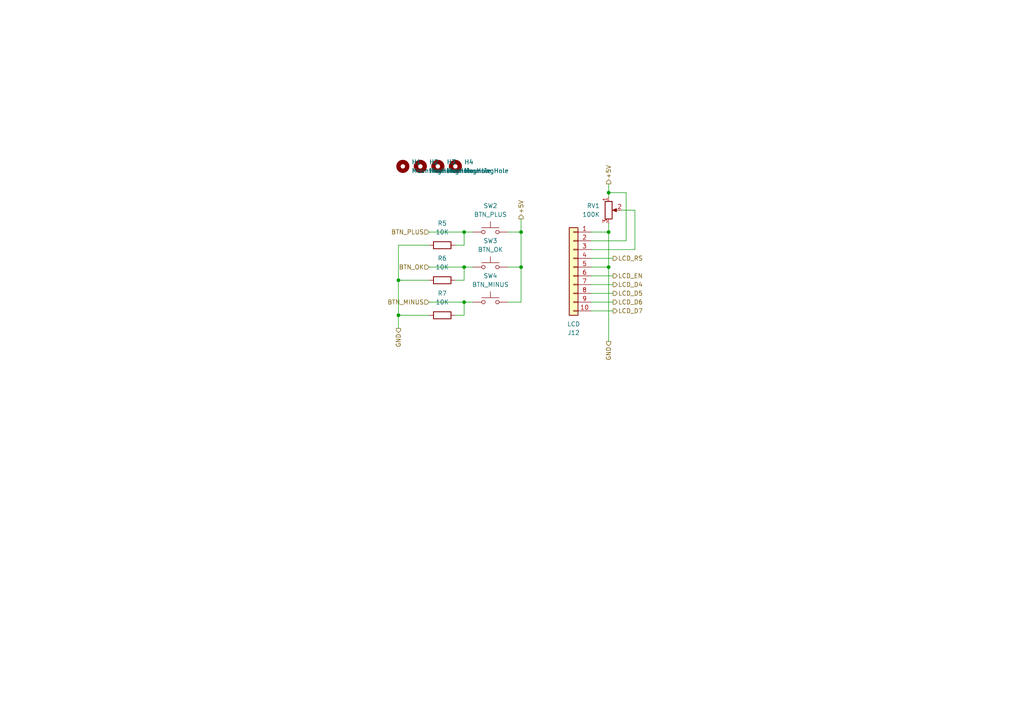
<source format=kicad_sch>
(kicad_sch (version 20250114) (generator "eeschema") (generator_version "9.0")
  (paper "A4")
  (lib_symbols
    (symbol "Connector_Generic:Conn_01x10" (pin_names (offset 1.016) (hide yes))
      (property "Reference" "J" (at 0 12.7 0))
      (property "Value" "Conn_01x10" (at 0 -15.24 0))
      (symbol "Conn_01x10_1_1"
        (rectangle (start -1.27 11.43) (end 1.27 -13.97) (stroke (width 0.254)) (fill (type background)))
        (rectangle (start -1.27 10.287) (end 0 10.033) (stroke (width 0.1524)))
        (rectangle (start -1.27 7.747) (end 0 7.493) (stroke (width 0.1524)))
        (rectangle (start -1.27 5.207) (end 0 4.953) (stroke (width 0.1524)))
        (rectangle (start -1.27 2.667) (end 0 2.413) (stroke (width 0.1524)))
        (rectangle (start -1.27 0.127) (end 0 -0.127) (stroke (width 0.1524)))
        (rectangle (start -1.27 -2.413) (end 0 -2.667) (stroke (width 0.1524)))
        (rectangle (start -1.27 -4.953) (end 0 -5.207) (stroke (width 0.1524)))
        (rectangle (start -1.27 -7.493) (end 0 -7.747) (stroke (width 0.1524)))
        (rectangle (start -1.27 -10.033) (end 0 -10.287) (stroke (width 0.1524)))
        (rectangle (start -1.27 -12.573) (end 0 -12.827) (stroke (width 0.1524)))
        (pin passive line (at -5.08 10.16 0) (length 3.81) (name "Pin_1") (number "1"))
        (pin passive line (at -5.08 7.62 0) (length 3.81) (name "Pin_2") (number "2"))
        (pin passive line (at -5.08 5.08 0) (length 3.81) (name "Pin_3") (number "3"))
        (pin passive line (at -5.08 2.54 0) (length 3.81) (name "Pin_4") (number "4"))
        (pin passive line (at -5.08 0 0) (length 3.81) (name "Pin_5") (number "5"))
        (pin passive line (at -5.08 -2.54 0) (length 3.81) (name "Pin_6") (number "6"))
        (pin passive line (at -5.08 -5.08 0) (length 3.81) (name "Pin_7") (number "7"))
        (pin passive line (at -5.08 -7.62 0) (length 3.81) (name "Pin_8") (number "8"))
        (pin passive line (at -5.08 -10.16 0) (length 3.81) (name "Pin_9") (number "9"))
        (pin passive line (at -5.08 -12.7 0) (length 3.81) (name "Pin_10") (number "10"))
      )
    )
    (symbol "Device:R" (pin_numbers (hide yes)) (pin_names (offset 0))
      (property "Reference" "R" (at 2.032 0 90))
      (property "Value" "R" (at 0 0 90))
      (symbol "R_0_1"
        (rectangle (start -1.016 -2.54) (end 1.016 2.54) (stroke (width 0.254)))
      )
      (symbol "R_1_1"
        (pin passive line (at 0 3.81 270) (length 1.27) (name "~") (number "1"))
        (pin passive line (at 0 -3.81 90) (length 1.27) (name "~") (number "2"))
      )
    )
    (symbol "Device:R_Potentiometer" (pin_names (offset 1.016) (hide yes))
      (property "Reference" "RV" (at -4.445 0 90))
      (property "Value" "R_Potentiometer" (at -2.54 0 90))
      (symbol "R_Potentiometer_0_1"
        (rectangle (start 1.016 2.54) (end -1.016 -2.54) (stroke (width 0.254)))
        (polyline (pts (xy 1.143 0) (xy 2.286 0.508) (xy 2.286 -0.508) (xy 1.143 0)) (fill (type outline)))
        (polyline (pts (xy 2.54 0) (xy 1.524 0)))
      )
      (symbol "R_Potentiometer_1_1"
        (pin passive line (at 0 3.81 270) (length 1.27) (name "1") (number "1"))
        (pin passive line (at 0 -3.81 90) (length 1.27) (name "3") (number "3"))
        (pin passive line (at 3.81 0 180) (length 1.27) (name "2") (number "2"))
      )
    )
    (symbol "Mechanical:MountingHole" (pin_names (offset 1.016)) (exclude_from_sim yes) (in_bom no)
      (property "Reference" "H" (at 0 5.08 0))
      (property "Value" "MountingHole" (at 0 3.175 0))
      (symbol "MountingHole_0_1"
        (circle (center 0 0) (radius 1.27) (stroke (width 1.27)))
      )
    )
    (symbol "Switch:SW_Push" (pin_numbers (hide yes)) (pin_names (offset 1.016) (hide yes))
      (property "Reference" "SW" (at 1.27 2.54 0))
      (property "Value" "SW_Push" (at 0 -1.524 0))
      (symbol "SW_Push_0_1"
        (circle (center -2.032 0) (radius 0.508))
        (polyline (pts (xy 0 1.27) (xy 0 3.048)))
        (circle (center 2.032 0) (radius 0.508))
        (polyline (pts (xy 2.54 1.27) (xy -2.54 1.27)))
        (pin passive line (at -5.08 0 0) (length 2.54) (name "1") (number "1"))
        (pin passive line (at 5.08 0 180) (length 2.54) (name "2") (number "2"))
      )
    )
  )
  (junction (at 115.57 91.44))
  (junction (at 176.53 77.47))
  (junction (at 115.57 81.28))
  (junction (at 134.62 87.63))
  (junction (at 151.13 67.31))
  (junction (at 176.53 67.31))
  (junction (at 134.62 67.31))
  (junction (at 134.62 77.47))
  (junction (at 151.13 77.47))
  (junction (at 176.53 55.88))
  (wire (pts (xy 124.46 87.63) (xy 134.62 87.63)))
  (wire (pts (xy 115.57 81.28) (xy 115.57 91.44)))
  (wire (pts (xy 134.62 67.31) (xy 137.16 67.31)))
  (wire (pts (xy 184.15 60.96) (xy 184.15 72.39)))
  (wire (pts (xy 171.45 80.01) (xy 177.8 80.01)))
  (wire (pts (xy 181.61 55.88) (xy 176.53 55.88)))
  (wire (pts (xy 115.57 91.44) (xy 115.57 95.25)))
  (wire (pts (xy 176.53 53.34) (xy 176.53 55.88)))
  (wire (pts (xy 124.46 71.12) (xy 115.57 71.12)))
  (wire (pts (xy 171.45 85.09) (xy 177.8 85.09)))
  (wire (pts (xy 176.53 64.77) (xy 176.53 67.31)))
  (wire (pts (xy 134.62 87.63) (xy 137.16 87.63)))
  (wire (pts (xy 171.45 82.55) (xy 177.8 82.55)))
  (wire (pts (xy 124.46 67.31) (xy 134.62 67.31)))
  (wire (pts (xy 151.13 63.5) (xy 151.13 67.31)))
  (wire (pts (xy 176.53 67.31) (xy 176.53 77.47)))
  (wire (pts (xy 176.53 55.88) (xy 176.53 57.15)))
  (wire (pts (xy 171.45 67.31) (xy 176.53 67.31)))
  (wire (pts (xy 171.45 87.63) (xy 177.8 87.63)))
  (wire (pts (xy 132.08 81.28) (xy 134.62 81.28)))
  (wire (pts (xy 134.62 71.12) (xy 134.62 67.31)))
  (wire (pts (xy 151.13 67.31) (xy 147.32 67.31)))
  (wire (pts (xy 171.45 90.17) (xy 177.8 90.17)))
  (wire (pts (xy 181.61 69.85) (xy 181.61 55.88)))
  (wire (pts (xy 147.32 87.63) (xy 151.13 87.63)))
  (wire (pts (xy 171.45 77.47) (xy 176.53 77.47)))
  (wire (pts (xy 176.53 77.47) (xy 176.53 99.06)))
  (wire (pts (xy 134.62 91.44) (xy 134.62 87.63)))
  (wire (pts (xy 115.57 71.12) (xy 115.57 81.28)))
  (wire (pts (xy 132.08 91.44) (xy 134.62 91.44)))
  (wire (pts (xy 132.08 71.12) (xy 134.62 71.12)))
  (wire (pts (xy 171.45 74.93) (xy 177.8 74.93)))
  (wire (pts (xy 134.62 77.47) (xy 137.16 77.47)))
  (wire (pts (xy 124.46 81.28) (xy 115.57 81.28)))
  (wire (pts (xy 184.15 72.39) (xy 171.45 72.39)))
  (wire (pts (xy 134.62 81.28) (xy 134.62 77.47)))
  (wire (pts (xy 171.45 69.85) (xy 181.61 69.85)))
  (wire (pts (xy 124.46 91.44) (xy 115.57 91.44)))
  (wire (pts (xy 147.32 77.47) (xy 151.13 77.47)))
  (wire (pts (xy 180.34 60.96) (xy 184.15 60.96)))
  (wire (pts (xy 124.46 77.47) (xy 134.62 77.47)))
  (wire (pts (xy 151.13 67.31) (xy 151.13 77.47)))
  (wire (pts (xy 151.13 87.63) (xy 151.13 77.47)))
  (hierarchical_label "LCD_D4" (shape output) (at 177.8 82.55 0))
  (hierarchical_label "+5V" (shape output) (at 176.53 53.34 90))
  (hierarchical_label "GND" (shape output) (at 176.53 99.06 270))
  (hierarchical_label "BTN_MINUS" (shape input) (at 124.46 87.63 180))
  (hierarchical_label "LCD_D7" (shape output) (at 177.8 90.17 0))
  (hierarchical_label "LCD_D5" (shape output) (at 177.8 85.09 0))
  (hierarchical_label "GND" (shape output) (at 115.57 95.25 270))
  (hierarchical_label "LCD_D6" (shape output) (at 177.8 87.63 0))
  (hierarchical_label "BTN_OK" (shape input) (at 124.46 77.47 180))
  (hierarchical_label "BTN_PLUS" (shape input) (at 124.46 67.31 180))
  (hierarchical_label "+5V" (shape output) (at 151.13 63.5 90))
  (hierarchical_label "LCD_RS" (shape output) (at 177.8 74.93 0))
  (hierarchical_label "LCD_EN" (shape output) (at 177.8 80.01 0))
  (symbol (lib_id "Device:R_Potentiometer") (at 176.53 60.96 0) (unit 1)
    (property "Reference" "RV1" (at 173.99 59.6899 0) (effects (justify right)))
    (property "Value" "100K" (at 173.99 62.2299 0) (effects (justify right)))
    (property "Footprint" "Potentiometer_THT:Potentiometer_Vishay_T73YP_Vertical" (effects (hide yes)))
    (property "Description" "Potentiometer" (effects (hide yes)))
  )
  (symbol (lib_id "Mechanical:MountingHole") (at 132.08 48.26 0) (unit 1) (exclude_from_sim yes) (in_bom no)
    (property "Reference" "H4" (at 134.62 46.9899 0) (effects (justify left)))
    (property "Value" "MountingHole" (at 134.62 49.5299 0) (effects (justify left)))
    (property "Footprint" "MountingHole:MountingHole_3.2mm_M3" (effects (hide yes)))
    (property "Description" "Mounting Hole without connection" (effects (hide yes)))
  )
  (symbol (lib_id "Switch:SW_Push") (at 142.24 77.47 0) (unit 1)
    (property "Reference" "SW3" (at 142.24 69.85 0))
    (property "Value" "BTN_OK" (at 142.24 72.39 0))
    (property "Footprint" "Button_Switch_THT:SW_PUSH_6mm_H7.3mm" (effects (hide yes)))
    (property "Description" "Push button switch, generic, two pins" (effects (hide yes)))
  )
  (symbol (lib_id "Switch:SW_Push") (at 142.24 87.63 0) (unit 1)
    (property "Reference" "SW4" (at 142.24 80.01 0))
    (property "Value" "BTN_MINUS" (at 142.24 82.55 0))
    (property "Footprint" "Button_Switch_THT:SW_PUSH_6mm_H7.3mm" (effects (hide yes)))
    (property "Description" "Push button switch, generic, two pins" (effects (hide yes)))
  )
  (symbol (lib_id "Connector_Generic:Conn_01x10") (at 166.37 77.47 0) (mirror y) (unit 1)
    (property "Reference" "J12" (at 166.37 96.52 0))
    (property "Value" "LCD" (at 166.37 93.98 0))
    (property "Footprint" "Connector_PinHeader_2.54mm:PinHeader_1x10_P2.54mm_Vertical" (effects (hide yes)))
    (property "Description" "Generic connector, single row, 01x10, script generated (kicad-library-utils/schlib/autogen/connector/)" (effects (hide yes)))
  )
  (symbol (lib_id "Device:R") (at 128.27 91.44 90) (unit 1)
    (property "Reference" "R7" (at 128.27 85.09 90))
    (property "Value" "10K" (at 128.27 87.63 90))
    (property "Footprint" "Resistor_THT:R_Axial_DIN0204_L3.6mm_D1.6mm_P5.08mm_Horizontal" (effects (hide yes)))
    (property "Description" "Resistor" (effects (hide yes)))
  )
  (symbol (lib_id "Mechanical:MountingHole") (at 127 48.26 0) (unit 1) (exclude_from_sim yes) (in_bom no)
    (property "Reference" "H3" (at 129.54 46.9899 0) (effects (justify left)))
    (property "Value" "MountingHole" (at 129.54 49.5299 0) (effects (justify left)))
    (property "Footprint" "MountingHole:MountingHole_3.2mm_M3" (effects (hide yes)))
    (property "Description" "Mounting Hole without connection" (effects (hide yes)))
  )
  (symbol (lib_id "Switch:SW_Push") (at 142.24 67.31 0) (unit 1)
    (property "Reference" "SW2" (at 142.24 59.69 0))
    (property "Value" "BTN_PLUS" (at 142.24 62.23 0))
    (property "Footprint" "Button_Switch_THT:SW_PUSH_6mm_H7.3mm" (effects (hide yes)))
    (property "Description" "Push button switch, generic, two pins" (effects (hide yes)))
  )
  (symbol (lib_id "Mechanical:MountingHole") (at 121.92 48.26 0) (unit 1) (exclude_from_sim yes) (in_bom no)
    (property "Reference" "H2" (at 124.46 46.9899 0) (effects (justify left)))
    (property "Value" "MountingHole" (at 124.46 49.5299 0) (effects (justify left)))
    (property "Footprint" "MountingHole:MountingHole_3.2mm_M3" (effects (hide yes)))
    (property "Description" "Mounting Hole without connection" (effects (hide yes)))
  )
  (symbol (lib_id "Device:R") (at 128.27 81.28 90) (unit 1)
    (property "Reference" "R6" (at 128.27 74.93 90))
    (property "Value" "10K" (at 128.27 77.47 90))
    (property "Footprint" "Resistor_THT:R_Axial_DIN0204_L3.6mm_D1.6mm_P5.08mm_Horizontal" (effects (hide yes)))
    (property "Description" "Resistor" (effects (hide yes)))
  )
  (symbol (lib_id "Mechanical:MountingHole") (at 116.84 48.26 0) (unit 1) (exclude_from_sim yes) (in_bom no)
    (property "Reference" "H1" (at 119.38 46.9899 0) (effects (justify left)))
    (property "Value" "MountingHole" (at 119.38 49.5299 0) (effects (justify left)))
    (property "Footprint" "MountingHole:MountingHole_3.2mm_M3" (effects (hide yes)))
    (property "Description" "Mounting Hole without connection" (effects (hide yes)))
  )
  (symbol (lib_id "Device:R") (at 128.27 71.12 270) (unit 1)
    (property "Reference" "R5" (at 128.27 64.77 90))
    (property "Value" "10K" (at 128.27 67.31 90))
    (property "Footprint" "Resistor_THT:R_Axial_DIN0204_L3.6mm_D1.6mm_P5.08mm_Horizontal" (effects (hide yes)))
    (property "Description" "Resistor" (effects (hide yes)))
  )
)
</source>
